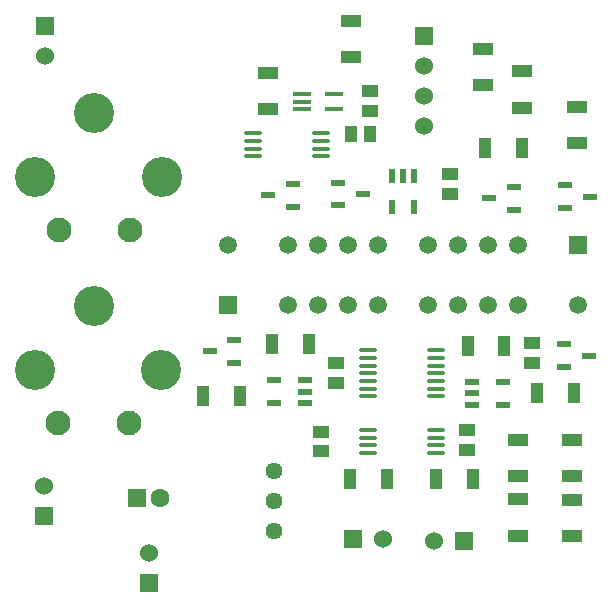
<source format=gbr>
%TF.GenerationSoftware,KiCad,Pcbnew,8.0.5*%
%TF.CreationDate,2024-10-12T22:47:01+02:00*%
%TF.ProjectId,AMS_IMD_Reset,414d535f-494d-4445-9f52-657365742e6b,rev?*%
%TF.SameCoordinates,Original*%
%TF.FileFunction,Soldermask,Top*%
%TF.FilePolarity,Negative*%
%FSLAX46Y46*%
G04 Gerber Fmt 4.6, Leading zero omitted, Abs format (unit mm)*
G04 Created by KiCad (PCBNEW 8.0.5) date 2024-10-12 22:47:01*
%MOMM*%
%LPD*%
G01*
G04 APERTURE LIST*
G04 Aperture macros list*
%AMRoundRect*
0 Rectangle with rounded corners*
0 $1 Rounding radius*
0 $2 $3 $4 $5 $6 $7 $8 $9 X,Y pos of 4 corners*
0 Add a 4 corners polygon primitive as box body*
4,1,4,$2,$3,$4,$5,$6,$7,$8,$9,$2,$3,0*
0 Add four circle primitives for the rounded corners*
1,1,$1+$1,$2,$3*
1,1,$1+$1,$4,$5*
1,1,$1+$1,$6,$7*
1,1,$1+$1,$8,$9*
0 Add four rect primitives between the rounded corners*
20,1,$1+$1,$2,$3,$4,$5,0*
20,1,$1+$1,$4,$5,$6,$7,0*
20,1,$1+$1,$6,$7,$8,$9,0*
20,1,$1+$1,$8,$9,$2,$3,0*%
G04 Aperture macros list end*
%ADD10R,1.800000X1.050000*%
%ADD11RoundRect,0.100000X-0.650000X-0.100000X0.650000X-0.100000X0.650000X0.100000X-0.650000X0.100000X0*%
%ADD12RoundRect,0.100000X-0.637500X-0.100000X0.637500X-0.100000X0.637500X0.100000X-0.637500X0.100000X0*%
%ADD13R,1.530000X1.530000*%
%ADD14C,1.530000*%
%ADD15R,1.500000X1.500000*%
%ADD16C,1.500000*%
%ADD17R,1.300000X0.600000*%
%ADD18C,2.100000*%
%ADD19C,3.400000*%
%ADD20R,1.050000X1.800000*%
%ADD21R,1.470000X1.070000*%
%ADD22R,0.600000X1.150000*%
%ADD23R,1.600000X1.600000*%
%ADD24C,1.600000*%
%ADD25R,1.150000X0.600000*%
%ADD26R,1.070000X1.470000*%
%ADD27C,1.440000*%
G04 APERTURE END LIST*
D10*
%TO.C,R18*%
X190017400Y-75057600D03*
X190017400Y-71957600D03*
%TD*%
%TO.C,R9*%
X192963800Y-110108400D03*
X192963800Y-113208400D03*
%TD*%
D11*
%TO.C,U2*%
X174692000Y-75804000D03*
X174692000Y-76454000D03*
X174692000Y-77104000D03*
X177352000Y-77104000D03*
X177352000Y-75804000D03*
%TD*%
D12*
%TO.C,QU1*%
X180271500Y-97490400D03*
X180271500Y-98140400D03*
X180271500Y-98790400D03*
X180271500Y-99440400D03*
X180271500Y-100090400D03*
X180271500Y-100740400D03*
X180271500Y-101390400D03*
X185996500Y-101390400D03*
X185996500Y-100740400D03*
X185996500Y-100090400D03*
X185996500Y-99440400D03*
X185996500Y-98790400D03*
X185996500Y-98140400D03*
X185996500Y-97490400D03*
%TD*%
D13*
%TO.C,J4*%
X179019200Y-113461200D03*
D14*
X181559200Y-113461200D03*
%TD*%
D15*
%TO.C,K2*%
X168402000Y-93675200D03*
D16*
X173482000Y-93675200D03*
X176022000Y-93675200D03*
X178562000Y-93675200D03*
X181102000Y-93675200D03*
X181102000Y-88595200D03*
X178562000Y-88595200D03*
X176022000Y-88595200D03*
X173482000Y-88595200D03*
X168402000Y-88595200D03*
%TD*%
D10*
%TO.C,R7*%
X197535800Y-110159200D03*
X197535800Y-113259200D03*
%TD*%
D13*
%TO.C,J5*%
X188398400Y-113611200D03*
D14*
X185858400Y-113611200D03*
%TD*%
D17*
%TO.C,Q3*%
X196968400Y-83530400D03*
X196968400Y-85430400D03*
X199068400Y-84480400D03*
%TD*%
D18*
%TO.C,K3*%
X160029400Y-103686400D03*
D19*
X162729400Y-99186400D03*
X157029400Y-93786400D03*
X152029400Y-99186400D03*
D18*
X154029400Y-103686400D03*
%TD*%
D17*
%TO.C,Q2*%
X177732000Y-83327200D03*
X177732000Y-85227200D03*
X179832000Y-84277200D03*
%TD*%
D20*
%TO.C,R2*%
X181839200Y-108432000D03*
X178739200Y-108432000D03*
%TD*%
D21*
%TO.C,C4*%
X194106800Y-96893800D03*
X194106800Y-98533800D03*
%TD*%
D20*
%TO.C,R6*%
X172135200Y-97002600D03*
X175235200Y-97002600D03*
%TD*%
D10*
%TO.C,R4*%
X171805600Y-73989600D03*
X171805600Y-77089600D03*
%TD*%
%TO.C,R15*%
X193294000Y-73862600D03*
X193294000Y-76962600D03*
%TD*%
D13*
%TO.C,J7*%
X184962800Y-70866000D03*
D14*
X184962800Y-73406000D03*
X184962800Y-75946000D03*
X184962800Y-78486000D03*
%TD*%
D21*
%TO.C,C8*%
X188671200Y-104259200D03*
X188671200Y-105899200D03*
%TD*%
D18*
%TO.C,K1*%
X160089600Y-87299800D03*
D19*
X162789600Y-82799800D03*
X157089600Y-77399800D03*
X152089600Y-82799800D03*
D18*
X154089600Y-87299800D03*
%TD*%
D21*
%TO.C,C6*%
X176276000Y-104386800D03*
X176276000Y-106026800D03*
%TD*%
D22*
%TO.C,G3*%
X184185600Y-82774000D03*
X183235600Y-82774000D03*
X182285600Y-82774000D03*
X182285600Y-85374000D03*
X184185600Y-85374000D03*
%TD*%
D17*
%TO.C,Q5*%
X168944000Y-98536800D03*
X168944000Y-96636800D03*
X166844000Y-97586800D03*
%TD*%
D10*
%TO.C,R10*%
X192963800Y-105053800D03*
X192963800Y-108153800D03*
%TD*%
D12*
%TO.C,DU2*%
X170517900Y-79136600D03*
X170517900Y-79786600D03*
X170517900Y-80436600D03*
X170517900Y-81086600D03*
X176242900Y-81086600D03*
X176242900Y-80436600D03*
X176242900Y-79786600D03*
X176242900Y-79136600D03*
%TD*%
D17*
%TO.C,Q6*%
X196883600Y-96992400D03*
X196883600Y-98892400D03*
X198983600Y-97942400D03*
%TD*%
D15*
%TO.C,K4*%
X198018400Y-88595200D03*
D16*
X192938400Y-88595200D03*
X190398400Y-88595200D03*
X187858400Y-88595200D03*
X185318400Y-88595200D03*
X185318400Y-93675200D03*
X187858400Y-93675200D03*
X190398400Y-93675200D03*
X192938400Y-93675200D03*
X198018400Y-93675200D03*
%TD*%
D17*
%TO.C,Q1*%
X173922400Y-85328800D03*
X173922400Y-83428800D03*
X171822400Y-84378800D03*
%TD*%
D10*
%TO.C,R1*%
X178841400Y-72695400D03*
X178841400Y-69595400D03*
%TD*%
D21*
%TO.C,C7*%
X177546000Y-98595600D03*
X177546000Y-100235600D03*
%TD*%
D23*
%TO.C,C1*%
X160680400Y-110007400D03*
D24*
X162680400Y-110007400D03*
%TD*%
D20*
%TO.C,R16*%
X193294600Y-80365600D03*
X190194600Y-80365600D03*
%TD*%
D13*
%TO.C,J2*%
X152888000Y-70021400D03*
D14*
X152888000Y-72561400D03*
%TD*%
D13*
%TO.C,J1*%
X161681600Y-117160800D03*
D14*
X161681600Y-114620800D03*
%TD*%
D25*
%TO.C,G2*%
X189047600Y-100192800D03*
X189047600Y-101142800D03*
X189047600Y-102092800D03*
X191647600Y-102092800D03*
X191647600Y-100192800D03*
%TD*%
D21*
%TO.C,C5*%
X187198000Y-82593600D03*
X187198000Y-84233600D03*
%TD*%
D10*
%TO.C,R17*%
X197916800Y-79985200D03*
X197916800Y-76885200D03*
%TD*%
D20*
%TO.C,R12*%
X194588800Y-101142800D03*
X197688800Y-101142800D03*
%TD*%
%TO.C,R5*%
X188696000Y-97129600D03*
X191796000Y-97129600D03*
%TD*%
%TO.C,R3*%
X186003600Y-108432000D03*
X189103600Y-108432000D03*
%TD*%
D25*
%TO.C,G1*%
X174883600Y-101940400D03*
X174883600Y-100990400D03*
X174883600Y-100040400D03*
X172283600Y-100040400D03*
X172283600Y-101940400D03*
%TD*%
D10*
%TO.C,R8*%
X197485000Y-105053800D03*
X197485000Y-108153800D03*
%TD*%
D21*
%TO.C,C2*%
X180390800Y-77223200D03*
X180390800Y-75583200D03*
%TD*%
D17*
%TO.C,Q4*%
X192616800Y-85582800D03*
X192616800Y-83682800D03*
X190516800Y-84632800D03*
%TD*%
D26*
%TO.C,C3*%
X180448800Y-79197200D03*
X178808800Y-79197200D03*
%TD*%
D13*
%TO.C,J3*%
X152788800Y-111506200D03*
D14*
X152788800Y-108966200D03*
%TD*%
D27*
%TO.C,U1*%
X172262800Y-112776000D03*
X172262800Y-110236000D03*
X172262800Y-107696000D03*
%TD*%
D20*
%TO.C,R11*%
X169393200Y-101371400D03*
X166293200Y-101371400D03*
%TD*%
D12*
%TO.C,DU1*%
X180271500Y-104256600D03*
X180271500Y-104906600D03*
X180271500Y-105556600D03*
X180271500Y-106206600D03*
X185996500Y-106206600D03*
X185996500Y-105556600D03*
X185996500Y-104906600D03*
X185996500Y-104256600D03*
%TD*%
M02*

</source>
